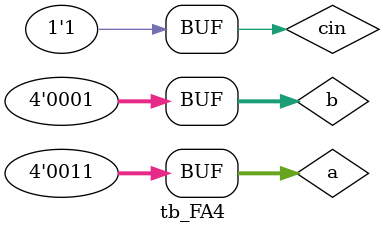
<source format=v>
module fulladder4 (A,B,CIN,S,CO);
    output[3:0]S;
    output CO;
input [3:0]A,B;
input CIN;
assign{CO,S}=A+B+CIN;
endmodule
/////////// 4bit full adder //////////

module tb_FA4();
      reg [3:0]a,b;
      reg cin;
   wire [3:0]s;
wire co;

fulladder4 f1(a,b,cin,s,co);
initial
begin 
a=4'b0000; b=4'b0001; cin=1'b0;
#100
a=4'b0011; b=4'b0011; cin=1'b0;
#100
a=4'b1111; b=4'b1011; cin=1'b0;
#100
a=4'b0011; b=4'b0001; cin=1'b1;
end
endmodule 
</source>
